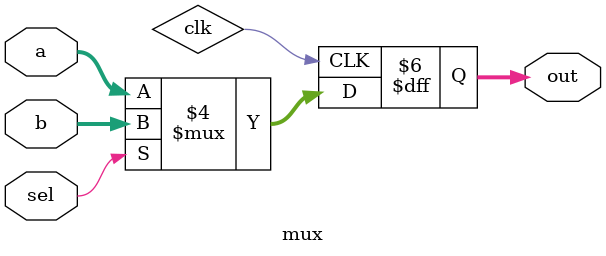
<source format=v>
module mux( 
input [4:0] a, b,
input sel,
output [4:0] out );
// When sel=0, assign a to out. 
// When sel=1, assign b to out. 
always @(posedge clk)
begin
  if (sel==0) out <= a;
  else out <= b;
end
endmodule

</source>
